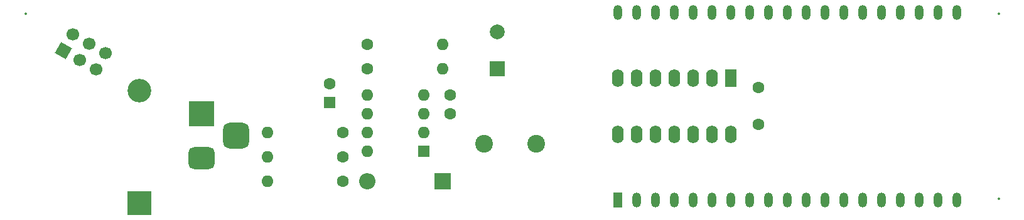
<source format=gbr>
G04 #@! TF.GenerationSoftware,KiCad,Pcbnew,8.0.3*
G04 #@! TF.CreationDate,2024-08-02T00:59:48+02:00*
G04 #@! TF.ProjectId,Controller,436f6e74-726f-46c6-9c65-722e6b696361,rev?*
G04 #@! TF.SameCoordinates,Original*
G04 #@! TF.FileFunction,Copper,L1,Top*
G04 #@! TF.FilePolarity,Positive*
%FSLAX46Y46*%
G04 Gerber Fmt 4.6, Leading zero omitted, Abs format (unit mm)*
G04 Created by KiCad (PCBNEW 8.0.3) date 2024-08-02 00:59:48*
%MOMM*%
%LPD*%
G01*
G04 APERTURE LIST*
G04 Aperture macros list*
%AMRoundRect*
0 Rectangle with rounded corners*
0 $1 Rounding radius*
0 $2 $3 $4 $5 $6 $7 $8 $9 X,Y pos of 4 corners*
0 Add a 4 corners polygon primitive as box body*
4,1,4,$2,$3,$4,$5,$6,$7,$8,$9,$2,$3,0*
0 Add four circle primitives for the rounded corners*
1,1,$1+$1,$2,$3*
1,1,$1+$1,$4,$5*
1,1,$1+$1,$6,$7*
1,1,$1+$1,$8,$9*
0 Add four rect primitives between the rounded corners*
20,1,$1+$1,$2,$3,$4,$5,0*
20,1,$1+$1,$4,$5,$6,$7,0*
20,1,$1+$1,$6,$7,$8,$9,0*
20,1,$1+$1,$8,$9,$2,$3,0*%
%AMHorizOval*
0 Thick line with rounded ends*
0 $1 width*
0 $2 $3 position (X,Y) of the first rounded end (center of the circle)*
0 $4 $5 position (X,Y) of the second rounded end (center of the circle)*
0 Add line between two ends*
20,1,$1,$2,$3,$4,$5,0*
0 Add two circle primitives to create the rounded ends*
1,1,$1,$2,$3*
1,1,$1,$4,$5*%
%AMRotRect*
0 Rectangle, with rotation*
0 The origin of the aperture is its center*
0 $1 length*
0 $2 width*
0 $3 Rotation angle, in degrees counterclockwise*
0 Add horizontal line*
21,1,$1,$2,0,0,$3*%
G04 Aperture macros list end*
G04 #@! TA.AperFunction,ComponentPad*
%ADD10R,3.200000X3.200000*%
G04 #@! TD*
G04 #@! TA.AperFunction,ComponentPad*
%ADD11O,3.200000X3.200000*%
G04 #@! TD*
G04 #@! TA.AperFunction,ComponentPad*
%ADD12R,1.600000X2.400000*%
G04 #@! TD*
G04 #@! TA.AperFunction,ComponentPad*
%ADD13O,1.600000X2.400000*%
G04 #@! TD*
G04 #@! TA.AperFunction,ComponentPad*
%ADD14C,1.600000*%
G04 #@! TD*
G04 #@! TA.AperFunction,ComponentPad*
%ADD15O,1.600000X1.600000*%
G04 #@! TD*
G04 #@! TA.AperFunction,ComponentPad*
%ADD16R,2.200000X2.200000*%
G04 #@! TD*
G04 #@! TA.AperFunction,ComponentPad*
%ADD17O,2.200000X2.200000*%
G04 #@! TD*
G04 #@! TA.AperFunction,ComponentPad*
%ADD18R,2.000000X2.000000*%
G04 #@! TD*
G04 #@! TA.AperFunction,ComponentPad*
%ADD19C,2.000000*%
G04 #@! TD*
G04 #@! TA.AperFunction,ComponentPad*
%ADD20R,1.600000X1.600000*%
G04 #@! TD*
G04 #@! TA.AperFunction,ComponentPad*
%ADD21R,1.200000X2.000000*%
G04 #@! TD*
G04 #@! TA.AperFunction,ComponentPad*
%ADD22O,1.200000X2.000000*%
G04 #@! TD*
G04 #@! TA.AperFunction,ComponentPad*
%ADD23R,3.500000X3.500000*%
G04 #@! TD*
G04 #@! TA.AperFunction,ComponentPad*
%ADD24RoundRect,0.750000X1.000000X-0.750000X1.000000X0.750000X-1.000000X0.750000X-1.000000X-0.750000X0*%
G04 #@! TD*
G04 #@! TA.AperFunction,ComponentPad*
%ADD25RoundRect,0.875000X0.875000X-0.875000X0.875000X0.875000X-0.875000X0.875000X-0.875000X-0.875000X0*%
G04 #@! TD*
G04 #@! TA.AperFunction,ComponentPad*
%ADD26RotRect,1.700000X1.700000X60.000000*%
G04 #@! TD*
G04 #@! TA.AperFunction,ComponentPad*
%ADD27HorizOval,1.700000X0.000000X0.000000X0.000000X0.000000X0*%
G04 #@! TD*
G04 #@! TA.AperFunction,ComponentPad*
%ADD28C,2.400000*%
G04 #@! TD*
%ADD29C,0.350000*%
%ADD30O,3.000000X1.000000*%
%ADD31O,1.000000X3.000000*%
G04 APERTURE END LIST*
D10*
G04 #@! TO.P,D2,1,K*
G04 #@! TO.N,+12V*
X125566408Y-124163099D03*
D11*
G04 #@! TO.P,D2,2,A*
G04 #@! TO.N,Net-(D2-A)*
X125566408Y-108923099D03*
G04 #@! TD*
D12*
G04 #@! TO.P,U1,1*
G04 #@! TO.N,ESP_3V3_DATA*
X205322408Y-107243101D03*
D13*
G04 #@! TO.P,U1,2*
G04 #@! TO.N,+5V*
X202782408Y-107243101D03*
G04 #@! TO.P,U1,3*
G04 #@! TO.N,Net-(U1-Pad3)*
X200242408Y-107243101D03*
G04 #@! TO.P,U1,4*
X197702408Y-107243101D03*
G04 #@! TO.P,U1,5*
G04 #@! TO.N,+5V*
X195162408Y-107243101D03*
G04 #@! TO.P,U1,6*
G04 #@! TO.N,ESP_5V_DATA*
X192622408Y-107243101D03*
G04 #@! TO.P,U1,7,GND*
G04 #@! TO.N,GND*
X190082408Y-107243101D03*
G04 #@! TO.P,U1,8*
G04 #@! TO.N,unconnected-(U1-Pad8)*
X190082408Y-114863101D03*
G04 #@! TO.P,U1,9*
G04 #@! TO.N,GND*
X192622407Y-114863101D03*
G04 #@! TO.P,U1,10*
X195162408Y-114863101D03*
G04 #@! TO.P,U1,11*
G04 #@! TO.N,unconnected-(U1-Pad11)*
X197702407Y-114863101D03*
G04 #@! TO.P,U1,12*
G04 #@! TO.N,GND*
X200242408Y-114863101D03*
G04 #@! TO.P,U1,13*
X202782407Y-114863101D03*
G04 #@! TO.P,U1,14,VCC*
G04 #@! TO.N,+5V*
X205322408Y-114863101D03*
G04 #@! TD*
D14*
G04 #@! TO.P,R3,1*
G04 #@! TO.N,Net-(U2-DC)*
X152998408Y-121203100D03*
D15*
G04 #@! TO.P,R3,2*
G04 #@! TO.N,+12V*
X142838408Y-121203100D03*
G04 #@! TD*
D14*
G04 #@! TO.P,R5,1*
G04 #@! TO.N,Net-(U2-Vfb)*
X156300408Y-102661101D03*
D15*
G04 #@! TO.P,R5,2*
G04 #@! TO.N,GND*
X166460408Y-102661101D03*
G04 #@! TD*
D16*
G04 #@! TO.P,D1,1,K*
G04 #@! TO.N,Net-(D1-K)*
X166460405Y-121203101D03*
D17*
G04 #@! TO.P,D1,2,A*
G04 #@! TO.N,GND*
X156300405Y-121203101D03*
G04 #@! TD*
D18*
G04 #@! TO.P,C4,1*
G04 #@! TO.N,+5V*
X173826408Y-105963099D03*
D19*
G04 #@! TO.P,C4,2*
G04 #@! TO.N,GND*
X173826408Y-100963099D03*
G04 #@! TD*
D14*
G04 #@! TO.P,R1,1*
G04 #@! TO.N,Net-(U2-DC)*
X152998410Y-114599100D03*
D15*
G04 #@! TO.P,R1,2*
G04 #@! TO.N,+12V*
X142838410Y-114599100D03*
G04 #@! TD*
D20*
G04 #@! TO.P,C1,1*
G04 #@! TO.N,+12V*
X151220408Y-110535101D03*
D14*
G04 #@! TO.P,C1,2*
G04 #@! TO.N,GND*
X151220408Y-108035101D03*
G04 #@! TD*
G04 #@! TO.P,R2,1*
G04 #@! TO.N,Net-(U2-DC)*
X152998407Y-117901100D03*
D15*
G04 #@! TO.P,R2,2*
G04 #@! TO.N,+12V*
X142838407Y-117901100D03*
G04 #@! TD*
D21*
G04 #@! TO.P,U3,1,3V3*
G04 #@! TO.N,unconnected-(U3-3V3-Pad1)*
X190082407Y-123743101D03*
D22*
G04 #@! TO.P,U3,2,CHIP_PU*
G04 #@! TO.N,unconnected-(U3-CHIP_PU-Pad2)*
X192622407Y-123743101D03*
G04 #@! TO.P,U3,3,SENSOR_VP/GPIO36/ADC1_CH0*
G04 #@! TO.N,unconnected-(U3-SENSOR_VP{slash}GPIO36{slash}ADC1_CH0-Pad3)*
X195162407Y-123743101D03*
G04 #@! TO.P,U3,4,SENSOR_VN/GPIO39/ADC1_CH3*
G04 #@! TO.N,unconnected-(U3-SENSOR_VN{slash}GPIO39{slash}ADC1_CH3-Pad4)*
X197702407Y-123743101D03*
G04 #@! TO.P,U3,5,VDET_1/GPIO34/ADC1_CH6*
G04 #@! TO.N,unconnected-(U3-VDET_1{slash}GPIO34{slash}ADC1_CH6-Pad5)*
X200242407Y-123743101D03*
G04 #@! TO.P,U3,6,VDET_2/GPIO35/ADC1_CH7*
G04 #@! TO.N,unconnected-(U3-VDET_2{slash}GPIO35{slash}ADC1_CH7-Pad6)*
X202782407Y-123743101D03*
G04 #@! TO.P,U3,7,32K_XP/GPIO32/ADC1_CH4*
G04 #@! TO.N,unconnected-(U3-32K_XP{slash}GPIO32{slash}ADC1_CH4-Pad7)*
X205322407Y-123743101D03*
G04 #@! TO.P,U3,8,32K_XN/GPIO33/ADC1_CH5*
G04 #@! TO.N,unconnected-(U3-32K_XN{slash}GPIO33{slash}ADC1_CH5-Pad8)*
X207862407Y-123743101D03*
G04 #@! TO.P,U3,9,DAC_1/ADC2_CH8/GPIO25*
G04 #@! TO.N,unconnected-(U3-DAC_1{slash}ADC2_CH8{slash}GPIO25-Pad9)*
X210402407Y-123743101D03*
G04 #@! TO.P,U3,10,DAC_2/ADC2_CH9/GPIO26*
G04 #@! TO.N,unconnected-(U3-DAC_2{slash}ADC2_CH9{slash}GPIO26-Pad10)*
X212942407Y-123743101D03*
G04 #@! TO.P,U3,11,ADC2_CH7/GPIO27*
G04 #@! TO.N,unconnected-(U3-ADC2_CH7{slash}GPIO27-Pad11)*
X215482407Y-123743101D03*
G04 #@! TO.P,U3,12,MTMS/GPIO14/ADC2_CH6*
G04 #@! TO.N,unconnected-(U3-MTMS{slash}GPIO14{slash}ADC2_CH6-Pad12)*
X218022407Y-123743101D03*
G04 #@! TO.P,U3,13,MTDI/GPIO12/ADC2_CH5*
G04 #@! TO.N,unconnected-(U3-MTDI{slash}GPIO12{slash}ADC2_CH5-Pad13)*
X220562407Y-123743101D03*
G04 #@! TO.P,U3,14,GND*
G04 #@! TO.N,GND*
X223102407Y-123743101D03*
G04 #@! TO.P,U3,15,MTCK/GPIO13/ADC2_CH4*
G04 #@! TO.N,unconnected-(U3-MTCK{slash}GPIO13{slash}ADC2_CH4-Pad15)*
X225642407Y-123743101D03*
G04 #@! TO.P,U3,16,SD_DATA2/GPIO9*
G04 #@! TO.N,unconnected-(U3-SD_DATA2{slash}GPIO9-Pad16)*
X228182407Y-123743101D03*
G04 #@! TO.P,U3,17,SD_DATA3/GPIO10*
G04 #@! TO.N,unconnected-(U3-SD_DATA3{slash}GPIO10-Pad17)*
X230722407Y-123743101D03*
G04 #@! TO.P,U3,18,CMD*
G04 #@! TO.N,unconnected-(U3-CMD-Pad18)*
X233262407Y-123743101D03*
G04 #@! TO.P,U3,19,5V*
G04 #@! TO.N,+5V*
X235802407Y-123743101D03*
G04 #@! TO.P,U3,20,SD_CLK/GPIO6*
G04 #@! TO.N,unconnected-(U3-SD_CLK{slash}GPIO6-Pad20)*
X235799687Y-98346781D03*
G04 #@! TO.P,U3,21,SD_DATA0/GPIO7*
G04 #@! TO.N,unconnected-(U3-SD_DATA0{slash}GPIO7-Pad21)*
X233259687Y-98346781D03*
G04 #@! TO.P,U3,22,SD_DATA1/GPIO8*
G04 #@! TO.N,unconnected-(U3-SD_DATA1{slash}GPIO8-Pad22)*
X230722407Y-98343101D03*
G04 #@! TO.P,U3,23,MTDO/GPIO15/ADC2_CH3*
G04 #@! TO.N,unconnected-(U3-MTDO{slash}GPIO15{slash}ADC2_CH3-Pad23)*
X228182407Y-98343101D03*
G04 #@! TO.P,U3,24,ADC2_CH2/GPIO2*
G04 #@! TO.N,unconnected-(U3-ADC2_CH2{slash}GPIO2-Pad24)*
X225642407Y-98343101D03*
G04 #@! TO.P,U3,25,GPIO0/BOOT/ADC2_CH1*
G04 #@! TO.N,unconnected-(U3-GPIO0{slash}BOOT{slash}ADC2_CH1-Pad25)*
X223102407Y-98343101D03*
G04 #@! TO.P,U3,26,ADC2_CH0/GPIO4*
G04 #@! TO.N,unconnected-(U3-ADC2_CH0{slash}GPIO4-Pad26)*
X220562407Y-98343101D03*
G04 #@! TO.P,U3,27,GPIO16*
G04 #@! TO.N,unconnected-(U3-GPIO16-Pad27)*
X218022407Y-98343101D03*
G04 #@! TO.P,U3,28,GPIO17*
G04 #@! TO.N,unconnected-(U3-GPIO17-Pad28)*
X215482407Y-98343101D03*
G04 #@! TO.P,U3,29,GPIO5*
G04 #@! TO.N,unconnected-(U3-GPIO5-Pad29)*
X212942407Y-98343101D03*
G04 #@! TO.P,U3,30,GPIO18*
G04 #@! TO.N,unconnected-(U3-GPIO18-Pad30)*
X210402407Y-98343101D03*
G04 #@! TO.P,U3,31,GPIO19*
G04 #@! TO.N,ESP_3V3_DATA*
X207862407Y-98343101D03*
G04 #@! TO.P,U3,32,GND*
G04 #@! TO.N,GND*
X205322407Y-98343101D03*
G04 #@! TO.P,U3,33,GPIO21*
G04 #@! TO.N,unconnected-(U3-GPIO21-Pad33)*
X202782407Y-98343101D03*
G04 #@! TO.P,U3,34,U0RXD/GPIO3*
G04 #@! TO.N,unconnected-(U3-U0RXD{slash}GPIO3-Pad34)*
X200242407Y-98343101D03*
G04 #@! TO.P,U3,35,U0TXD/GPIO1*
G04 #@! TO.N,unconnected-(U3-U0TXD{slash}GPIO1-Pad35)*
X197702407Y-98343101D03*
G04 #@! TO.P,U3,36,GPIO22*
G04 #@! TO.N,unconnected-(U3-GPIO22-Pad36)*
X195162407Y-98343101D03*
G04 #@! TO.P,U3,37,GPIO23*
G04 #@! TO.N,unconnected-(U3-GPIO23-Pad37)*
X192622408Y-98343101D03*
G04 #@! TO.P,U3,38,GND*
G04 #@! TO.N,GND*
X190082407Y-98343101D03*
G04 #@! TD*
D23*
G04 #@! TO.P,J1,1*
G04 #@! TO.N,Net-(D2-A)*
X133948406Y-112059103D03*
D24*
G04 #@! TO.P,J1,2*
G04 #@! TO.N,GND*
X133948406Y-118059103D03*
D25*
G04 #@! TO.P,J1,3*
G04 #@! TO.N,unconnected-(J1-Pad3)*
X138648406Y-115059103D03*
G04 #@! TD*
D14*
G04 #@! TO.P,C3,1*
G04 #@! TO.N,+5V*
X209082404Y-113543101D03*
G04 #@! TO.P,C3,2*
G04 #@! TO.N,GND*
X209082404Y-108543101D03*
G04 #@! TD*
D26*
G04 #@! TO.P,J3,1,Pin_1*
G04 #@! TO.N,+12V*
X115316000Y-103545705D03*
D27*
G04 #@! TO.P,J3,2,Pin_2*
X116586000Y-101346000D03*
G04 #@! TO.P,J3,3,Pin_3*
G04 #@! TO.N,GND*
X117515705Y-104815705D03*
G04 #@! TO.P,J3,4,Pin_4*
X118785705Y-102616000D03*
G04 #@! TO.P,J3,5,Pin_5*
G04 #@! TO.N,ESP_5V_DATA*
X119715409Y-106085705D03*
G04 #@! TO.P,J3,6,Pin_6*
G04 #@! TO.N,unconnected-(J3-Pin_6-Pad6)*
X120985409Y-103886000D03*
G04 #@! TD*
D14*
G04 #@! TO.P,R4,1*
G04 #@! TO.N,Net-(U2-Vfb)*
X156300409Y-105963100D03*
D15*
G04 #@! TO.P,R4,2*
G04 #@! TO.N,+5V*
X166460409Y-105963100D03*
G04 #@! TD*
D20*
G04 #@! TO.P,U2,1,SwC*
G04 #@! TO.N,Net-(U2-DC)*
X163920407Y-117139101D03*
D15*
G04 #@! TO.P,U2,2,SwE*
G04 #@! TO.N,Net-(D1-K)*
X163920407Y-114599101D03*
G04 #@! TO.P,U2,3,TC*
G04 #@! TO.N,Net-(U2-TC)*
X163920407Y-112059101D03*
G04 #@! TO.P,U2,4,GND*
G04 #@! TO.N,GND*
X163920407Y-109519101D03*
G04 #@! TO.P,U2,5,Vfb*
G04 #@! TO.N,Net-(U2-Vfb)*
X156300407Y-109519100D03*
G04 #@! TO.P,U2,6,Vin*
G04 #@! TO.N,+12V*
X156300407Y-112059101D03*
G04 #@! TO.P,U2,7,Ipk*
G04 #@! TO.N,Net-(U2-DC)*
X156300407Y-114599100D03*
G04 #@! TO.P,U2,8,DC*
X156300407Y-117139101D03*
G04 #@! TD*
D14*
G04 #@! TO.P,C2,1*
G04 #@! TO.N,Net-(U2-TC)*
X167476407Y-112059102D03*
G04 #@! TO.P,C2,2*
G04 #@! TO.N,GND*
X167476407Y-109559102D03*
G04 #@! TD*
D28*
G04 #@! TO.P,L1,1,1*
G04 #@! TO.N,Net-(D1-K)*
X172048408Y-116123101D03*
G04 #@! TO.P,L1,2,2*
G04 #@! TO.N,+5V*
X179048408Y-116123101D03*
G04 #@! TD*
D29*
X125566408Y-124163099D03*
X125566408Y-108923099D03*
X205322408Y-107243101D03*
X202782408Y-107243101D03*
X200242408Y-107243101D03*
X197702408Y-107243101D03*
X195162408Y-107243101D03*
X192622408Y-107243101D03*
X190082408Y-107243101D03*
X190082408Y-114863101D03*
X192622407Y-114863101D03*
X195162408Y-114863101D03*
X197702407Y-114863101D03*
X200242408Y-114863101D03*
X202782407Y-114863101D03*
X205322408Y-114863101D03*
X152998408Y-121203100D03*
X142838408Y-121203100D03*
X156300408Y-102661101D03*
X166460408Y-102661101D03*
X166460405Y-121203101D03*
X156300405Y-121203101D03*
X173826408Y-105963099D03*
X173826408Y-100963099D03*
X152998410Y-114599100D03*
X142838410Y-114599100D03*
X151220408Y-110535101D03*
X151220408Y-108035101D03*
X152998407Y-117901100D03*
X142838407Y-117901100D03*
X190082407Y-123743101D03*
X192622407Y-123743101D03*
X195162407Y-123743101D03*
X197702407Y-123743101D03*
X200242407Y-123743101D03*
X202782407Y-123743101D03*
X205322407Y-123743101D03*
X207862407Y-123743101D03*
X210402407Y-123743101D03*
X212942407Y-123743101D03*
X215482407Y-123743101D03*
X218022407Y-123743101D03*
X220562407Y-123743101D03*
X223102407Y-123743101D03*
X225642407Y-123743101D03*
X228182407Y-123743101D03*
X230722407Y-123743101D03*
X233262407Y-123743101D03*
X235802407Y-123743101D03*
X235799687Y-98346781D03*
X233259687Y-98346781D03*
X230722407Y-98343101D03*
X228182407Y-98343101D03*
X225642407Y-98343101D03*
X223102407Y-98343101D03*
X220562407Y-98343101D03*
X218022407Y-98343101D03*
X215482407Y-98343101D03*
X212942407Y-98343101D03*
X210402407Y-98343101D03*
X207862407Y-98343101D03*
X205322407Y-98343101D03*
X202782407Y-98343101D03*
X200242407Y-98343101D03*
X197702407Y-98343101D03*
X195162407Y-98343101D03*
X192622408Y-98343101D03*
X190082407Y-98343101D03*
D30*
X133948406Y-112059103D03*
X133948406Y-118059103D03*
D31*
X138648406Y-115059103D03*
D29*
X209082404Y-113543101D03*
X209082404Y-108543101D03*
X115316000Y-103545705D03*
X116586000Y-101346000D03*
X117515705Y-104815705D03*
X118785705Y-102616000D03*
X119715409Y-106085705D03*
X120985409Y-103886000D03*
X156300409Y-105963100D03*
X166460409Y-105963100D03*
X163920407Y-117139101D03*
X163920407Y-114599101D03*
X163920407Y-112059101D03*
X163920407Y-109519101D03*
X156300407Y-109519100D03*
X156300407Y-112059101D03*
X156300407Y-114599100D03*
X156300407Y-117139101D03*
X167476407Y-112059102D03*
X167476407Y-109559102D03*
X172048408Y-116123101D03*
X179048408Y-116123101D03*
X241448403Y-98559103D03*
X110246670Y-98559067D03*
X241448403Y-123559103D03*
M02*

</source>
